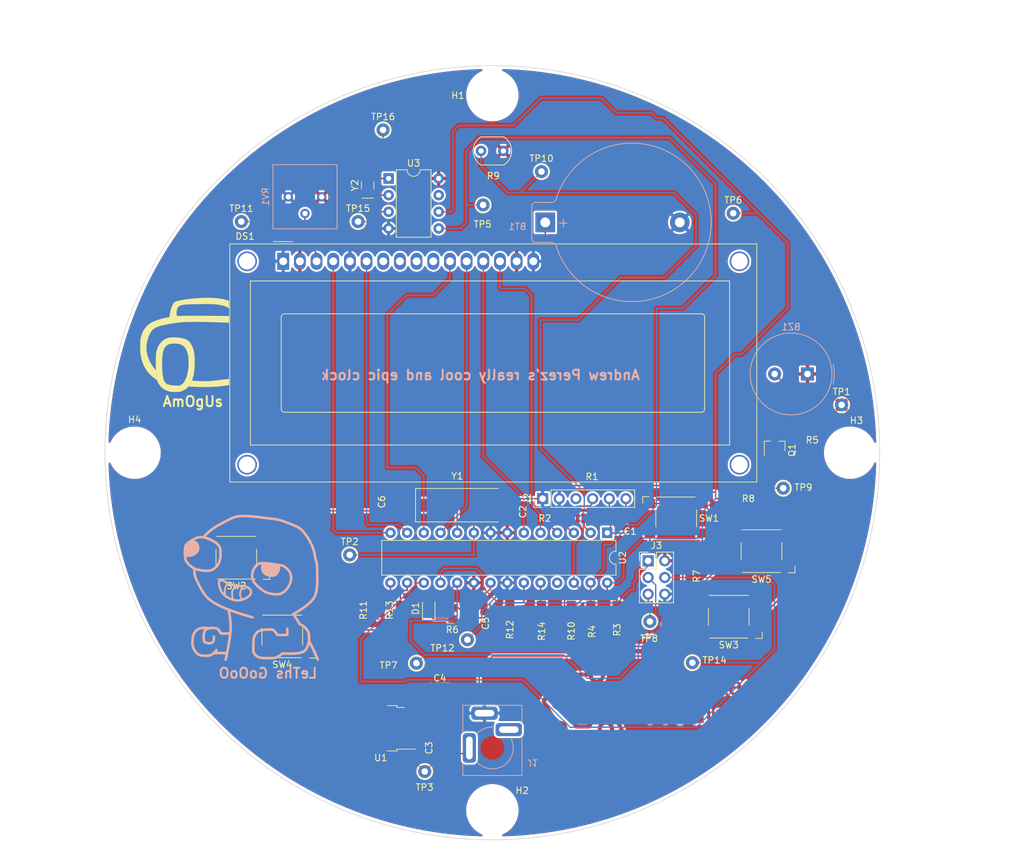
<source format=kicad_pcb>
(kicad_pcb (version 20211014) (generator pcbnew)
  (layers (0 "F.Cu" signal) (31 "B.Cu" signal) (34 "B.Paste" user) (35 "F.Paste" user) (36 "B.SilkS" user "B.Silkscreen") (37 "F.SilkS" user "F.Silkscreen") (38 "B.Mask" user) (39 "F.Mask" user) (44 "Edge.Cuts" user))
  (net 0 "")
  (net 1 "GND")
  (net 2 "Net-(BT1-Pad1)")
  (net 3 "RESET")
  (net 4 "Net-(C1-Pad2)")
  (net 5 "Net-(C2-Pad2)")
  (net 6 "Net-(C3-Pad1)")
  (net 7 "VCC")
  (net 8 "Net-(C5-Pad1)")
  (net 9 "Net-(C6-Pad1)")
  (net 10 "Net-(D1-Pad1)")
  (net 11 "LED_SCK")
  (net 12 "LCD_14")
  (net 13 "LCD_13")
  (net 14 "LCD_12")
  (net 15 "LCD_11")
  (net 20 "LCD_6")
  (net 21 "LCD_4")
  (net 22 "Net-(DS1-Pad3)")
  (net 24 "Net-(J2-Pad5)")
  (net 25 "Net-(J2-Pad4)")
  (net 27 "RXD")
  (net 28 "TXD")
  (net 29 "SCL")
  (net 30 "SDA")
  (net 31 "LIGHT_SENSOR")
  (net 32 "BTN_MODE")
  (net 33 "BTN_SELECT")
  (net 34 "BTN_UP")
  (net 35 "MISO")
  (net 37 "MOSI")
  (net 38 "Net-(U3-Pad1)")
  (net 39 "Net-(U3-Pad2)")
  (net 41 "Net-(BZ1-Pad2)")
  (net 42 "Net-(Q1-Pad1)")
  (net 43 "Buzz")
  (net 44 "BTN_DWN")
  (footprint "footprints:MountingHole_3.2mm_M3" (layer "F.Cu") (at 95.5 100)
    (fp_text reference "H4")
    (fp_text value "MountingHole")
  )
  (footprint "footprints:R_0805_2012Metric" (layer "F.Cu") (at 157.48 124 90)
    (fp_text reference "R14")
    (fp_text value "R_0805_10K")
  )
  (footprint "footprints:SW_SPST_Omron_B3FS-100xP" (layer "F.Cu") (at 118 128 180)
    (fp_text reference "SW4")
    (fp_text value "Omron_B3F_SPST")
  )
  (footprint "footprints:Crystal_SMD_HC49-SD" (layer "F.Cu") (at 145 108)
    (fp_text reference "Y1")
    (fp_text value "Crystal_16MHz")
  )
  (footprint "footprints:Crystal_SMD_2Pin_3.2x1.5mm" (layer "F.Cu") (at 131 59.25 90)
    (fp_text reference "Y2")
    (fp_text value "Crystal_32768Hz")
  )
  (footprint "footprints:TestPoint_THTPad_D2.0mm_Drill1.0mm" (layer "F.Cu") (at 180.467 132.0038)
    (fp_text reference "TP14")
    (fp_text value "TestPoint")
  )
  (footprint "footprints:TO-252-2" (layer "F.Cu") (at 133 142 180)
    (fp_text reference "U1")
    (fp_text value "L7805")
  )
  (footprint "footprints:R_0805_2012Metric" (layer "F.Cu") (at 136 124 90)
    (fp_text reference "R13")
    (fp_text value "R_0805_10K")
  )
  (footprint "footprints:R_0805_2012Metric" (layer "F.Cu") (at 165 110)
    (fp_text reference "R1")
    (fp_text value "R_0805_47")
  )
  (footprint "footprints:C_0805_2012Metric" (layer "F.Cu") (at 169 110)
    (fp_text reference "C1")
    (fp_text value "C_0805_0.1uf")
  )
  (footprint "footprints:C_0805_2012Metric" (layer "F.Cu") (at 135 108 -90)
    (fp_text reference "C6")
    (fp_text value "C_0805_22pf")
  )
  (footprint "footprints:TestPoint_THTPad_D2.0mm_Drill1.0mm" (layer "F.Cu") (at 194.31 105.41)
    (fp_text reference "TP9")
    (fp_text value "TestPoint")
  )
  (footprint "footprints:TestPoint_THTPad_D2.0mm_Drill1.0mm" (layer "F.Cu") (at 111.76 64.77)
    (fp_text reference "TP11")
    (fp_text value "TestPoint")
  )
  (footprint "footprints:R_0805_2012Metric" (layer "F.Cu") (at 181 116 90)
    (fp_text reference "R7")
    (fp_text value "R_0805_10K")
  )
  (footprint "footprints:SOT-23" (layer "F.Cu") (at 193 99 90)
    (fp_text reference "Q1")
    (fp_text value "NPN_2N3904_SOT23")
  )
  (footprint "footprints:C_0805_2012Metric" (layer "F.Cu") (at 147.193 124.3194 -90)
    (fp_text reference "C5")
    (fp_text value "C_0805_0.1uf")
  )
  (footprint "footprints:SW_SPST_Omron_B3FS-100xP" (layer "F.Cu") (at 178 110)
    (fp_text reference "SW1")
    (fp_text value "Omron_B3F_SPST")
  )
  (footprint "footprints:R_0805_2012Metric" (layer "F.Cu") (at 169 124 90)
    (fp_text reference "R3")
    (fp_text value "R_0805_4.7K")
  )
  (footprint "footprints:TestPoint_THTPad_D2.0mm_Drill1.0mm" (layer "F.Cu") (at 129.54 64.77)
    (fp_text reference "TP15")
    (fp_text value "TestPoint")
  )
  (footprint "footprints:R_LDR_4.9x4.2mm_P2.54mm_Vertical" (layer "F.Cu") (at 151.675 54 180)
    (fp_text reference "R9")
    (fp_text value "PhotoconductivePhotocell")
  )
  (footprint "footprints:TestPoint_THTPad_D2.0mm_Drill1.0mm" (layer "F.Cu") (at 148.59 62.23)
    (fp_text reference "TP5")
    (fp_text value "TestPoint")
  )
  (footprint "footprints:TestPoint_THTPad_D2.0mm_Drill1.0mm" (layer "F.Cu") (at 203.2 92.71)
    (fp_text reference "TP1")
    (fp_text value "TestPoint")
  )
  (footprint "footprints:TestPoint_THTPad_D2.0mm_Drill1.0mm" (layer "F.Cu") (at 146.2024 128.4986)
    (fp_text reference "TP12")
    (fp_text value "TestPoint")
  )
  (footprint "footprints:LED_0805_2012Metric" (layer "F.Cu") (at 140.3096 123.7465 90)
    (fp_text reference "D1")
    (fp_text value "LED_0805")
  )
  (footprint "footprints:R_0805_2012Metric" (layer "F.Cu") (at 198 96)
    (fp_text reference "R5")
    (fp_text value "R_0805_1K")
  )
  (footprint "footprints:TestPoint_THTPad_D2.0mm_Drill1.0mm" (layer "F.Cu") (at 173.99 125.73)
    (fp_text reference "TP8")
    (fp_text value "TestPoint")
  )
  (footprint "footprints:TestPoint_THTPad_D2.0mm_Drill1.0mm" (layer "F.Cu") (at 138.43 132.08)
    (fp_text reference "TP7")
    (fp_text value "TestPoint")
  )
  (footprint "footprints:R_0805_2012Metric" (layer "F.Cu") (at 144.018 124.5108 90)
    (fp_text reference "R6")
    (fp_text value "R_0805_2.2K")
  )
  (footprint "footprints:R_0805_2012Metric" (layer "F.Cu") (at 165 124 -90)
    (fp_text reference "R4")
    (fp_text value "R_0805_4.7K")
  )
  (footprint "footprints:MountingHole_3.2mm_M3" (layer "F.Cu") (at 204.5 100)
    (fp_text reference "H3")
    (fp_text value "MountingHole")
  )
  (footprint "footprints:C_0805_2012Metric" (layer "F.Cu") (at 142 145 90)
    (fp_text reference "C3")
    (fp_text value "C_0805_0.1uf")
  )
  (footprint "footprints:PinHeader_1x06_P2.54mm_Vertical" (layer "F.Cu") (at 157.65 107 90)
    (fp_text reference "J2")
    (fp_text value "Conn_01x06")
  )
  (footprint "footprints:MountingHole_3.2mm_M3" (layer "F.Cu") (at 150 154.5)
    (fp_text reference "H2")
    (fp_text value "MountingHole")
  )
  (footprint "footprints:C_0805_2012Metric" (layer "F.Cu") (at 153 109 -90)
    (fp_text reference "C2")
    (fp_text value "C_0805_22pf")
  )
  (footprint "footprints:DIP-8_W7.62mm" (layer "F.Cu") (at 134.2 58.2)
    (fp_text reference "U3")
    (fp_text value "DS1307_DIP-8")
  )
  (footprint "footprints:MountingHole_3.2mm_M3" (layer "F.Cu") (at 150 45.5)
    (fp_text reference "H1")
    (fp_text value "MountingHole")
  )
  (footprint "footprints:SW_SPST_Omron_B3FS-100xP" (layer "F.Cu") (at 186 125 180)
    (fp_text reference "SW3")
    (fp_text value "Omron_B3F_SPST")
  )
  (footprint "footprints:R_0805_2012Metric" (layer "F.Cu") (at 162 124 -90)
    (fp_text reference "R10")
    (fp_text value "R_0805_100K")
  )
  (footprint "footprints:TestPoint_THTPad_D2.0mm_Drill1.0mm" (layer "F.Cu") (at 133.35 50.8)
    (fp_text reference "TP16")
    (fp_text value "TestPoint")
  )
  (footprint "footprints:R_0805_2012Metric" (layer "F.Cu") (at 161 110)
    (fp_text reference "R2")
    (fp_text value "R_0805_47")
  )
  (footprint "footprints:TestPoint_THTPad_D2.0mm_Drill1.0mm" (layer "F.Cu") (at 128.27 115.57)
    (fp_text reference "TP2")
    (fp_text value "TestPoint")
  )
  (footprint "footprints:TestPoint_THTPad_D2.0mm_Drill1.0mm" (layer "F.Cu") (at 157.48 57.15)
    (fp_text reference "TP10")
    (fp_text value "TestPoint")
  )
  (footprint "footprints:PinHeader_2x03_P2.54mm_Vertical" (layer "F.Cu") (at 173.725 116.475)
    (fp_text reference "J3")
    (fp_text value "Conn_02x03_Odd_Even")
  )
  (footprint "footprints:TestPoint_THTPad_D2.0mm_Drill1.0mm" (layer "F.Cu") (at 186.69 63.5)
    (fp_text reference "TP6")
    (fp_text value "TestPoint")
  )
  (footprint "footprints:R_0805_2012Metric" (layer "F.Cu") (at 132 124 90)
    (fp_text reference "R11")
    (fp_text value "R_0805_10K")
  )
  (footprint "footprints:C_0805_2012Metric" (layer "F.Cu") (at 142 136)
    (fp_text reference "C4")
    (fp_text value "C_0805_0.1uf")
  )
  (footprint "footprints:TestPoint_THTPad_D2.0mm_Drill1.0mm" (layer "F.Cu") (at 139.7 148.59)
    (fp_text reference "TP3")
    (fp_text value "TestPoint")
  )
  (footprint "footprints:SW_SPST_Omron_B3FS-100xP" (layer "F.Cu") (at 111 116 180)
    (fp_text reference "SW2")
    (fp_text value "Omron_B3F_SPST")
  )
  (footprint "footprints:HPS_logo" (layer "F.Cu") (at 174.000008 139.999999)
    (fp_text reference "G***" hide)
    (fp_text value "LOGO" hide)
  )
  (footprint "footprints:SW_SPST_Omron_B3FS-100xP" (layer "F.Cu") (at 191 115 180)
    (fp_text reference "SW5")
    (fp_text value "Omron_B3F_SPST")
  )
  (footprint "footprints:TC1602A-01T" (layer "F.Cu") (at 118.1394 70.8247)
    (fp_text reference "DS1")
    (fp_text value "TC1602A-01T")
  )
  (footprint "footprints:DIP-28_W7.62mm" (layer "F.Cu") (at 167.5 112.2 -90)
    (fp_text reference "U2")
    (fp_text value "ATmega328-PU")
  )
  (footprint "LOGO" (layer "F.Cu") (at 102.382462 83.603248 90)
    (fp_text reference "AmOgUs")
    (fp_text value "LOGO" hide)
  )
  (footprint "footprints:R_0805_2012Metric" (layer "F.Cu") (at 186 107)
    (fp_text reference "R8")
    (fp_text value "R_0805_1K")
  )
  (footprint "footprints:R_0805_2012Metric" (layer "F.Cu") (at 152.654 123.698 90)
    (fp_text reference "R12")
    (fp_text value "R_0805_10K")
  )
  (footprint "LOGO" (layer "B.Cu") (at 113.284 120.904 180)
    (fp_text reference "LeThs GoOoO")
    (fp_text value "LOGO" hide)
  )
  (footprint "footprints:Wurth-694106402002" (layer "B.Cu") (at 150 145)
    (fp_text reference "J1")
    (fp_text value "Power_inlet_vertical" hide)
  )
  (footprint "footprints:Buzzer_TDK_PS1240P02BT_D12.2mm_H6.5mm" (layer "B.Cu") (at 198 88 180)
    (fp_text reference "BZ1")
    (fp_text value "Buzzer")
  )
  (footprint "footprints:BatteryHolder_Keystone_106_1x20mm" (layer "B.Cu") (at 158.058314 64.897)
    (fp_text reference "BT1")
    (fp_text value "Battery_Cell")
  )
  (footprint "footprints:Potentiometer_Bourns_3386P_Vertical" (layer "B.Cu") (at 124 61 -90)
    (fp_text reference "RV1")
    (fp_text value "R_POT_10K")
  )
  (gr_circle locked (center 150 100) (end 209 100) (layer "Edge.Cuts") (width 0.1) (fill none))
  (gr_text "Andrew Perez's really cool and epic clock" (at 148.1836 88.1634) (layer "B.SilkS") (effects (font (size 1.5 1.5) (thickness 0.3)) (justify mirror)))
  (segment (start 107 118.25) (end 115 118.25) (width 0.2032) (layer "F.Cu") (net 1))
  (segment (start 195 117.25) (end 195 116) (width 0.2032) (layer "F.Cu") (net 1))
  (segment (start 159 121) (end 160 121) (width 0.2032) (layer "F.Cu") (net 1))
  (segment (start 148.8 136.8) (end 148 136) (width 0.2032) (layer "F.Cu") (net 1))
  (segment (start 135 108.85) (end 106.15 108.85) (width 0.2032) (layer "F.Cu") (net 1))
  (segment (start 182 127.25) (end 178.25 131) (width 0.2032) (layer "F.Cu") (net 1))
  (segment (start 190 125) (end 190 127.25) (width 0.2032) (layer "F.Cu") (net 1))
  (segment (start 161.845689 124.85) (end 160.995689 124) (width 0.2032) (layer "F.Cu") (net 1))
  (segment (start 190 127.25) (end 182 127.25) (width 0.2032) (layer "F.Cu") (net 1))
  (segment (start 122 139) (end 125 142) (width 0.2032) (layer "F.Cu") (net 1))
  (segment (start 151.638 120.904) (end 152.146 120.904) (width 0.2032) (layer "F.Cu") (net 1))
  (segment (start 122 130.25) (end 122 139) (width 0.2032) (layer "F.Cu") (net 1))
  (segment (start 195 121) (end 191 125) (width 0.2032) (layer "F.Cu") (net 1))
  (segment (start 187 117.25) (end 195 117.25) (width 0.2032) (layer "F.Cu") (net 1))
  (segment (start 191 125) (end 190 125) (width 0.2032) (layer "F.Cu") (net 1))
  (segment (start 152.146 120.904) (end 152.26 120.79) (width 0.2032) (layer "F.Cu") (net 1))
  (segment (start 197 111) (end 195 109) (width 0.2032) (layer "F.Cu") (net 1))
  (segment (start 152.52 118) (end 158 118) (width 0.2032) (layer "F.Cu") (net 1))
  (segment (start 148 136) (end 142.85 136) (width 0.2032) (layer "F.Cu") (net 1))
  (segment (start 153 108.15) (end 153 107) (width 0.2032) (layer "F.Cu") (net 1))
  (segment (start 193.95 102.51) (end 193.95 100) (width 0.2032) (layer "F.Cu") (net 1))
  (segment (start 148.8 139.7) (end 148.8 136.8) (width 0.2032) (layer "F.Cu") (net 1))
  (segment (start 142 140) (end 142.3 139.7) (width 0.2032) (layer "F.Cu") (net 1))
  (segment (start 197 114) (end 197 111) (width 0.2032) (layer "F.Cu") (net 1))
  (segment (start 195 117.25) (end 195 121) (width 0.2032) (layer "F.Cu") (net 1))
  (segment (start 106.15 108.85) (end 104 111) (width 0.2032) (layer "F.Cu") (net 1))
  (segment (start 142 144.15) (end 142 142) (width 0.2032) (layer "F.Cu") (net 1))
  (segment (start 147.193 125.1694) (end 148.9474 125.1694) (width 0.2032) (layer "F.Cu") (net 1))
  (segment (start 148 133) (end 148 136) (width 0.2032) (layer "F.Cu") (net 1))
  (segment (start 149.6568 124.46) (end 149.6568 122.8852) (width 0.2032) (layer "F.Cu") (net 1))
  (segment (start 152.26 119.82) (end 152.26 118.26) (width 0.2032) (layer "F.Cu") (net 1))
  (segment (start 182 107.75) (end 183.25 109) (width 0.2032) (layer "F.Cu") (net 1))
  (segment (start 158.775689 118.775689) (end 158.775689 120.775689) (width 0.2032) (layer "F.Cu") (net 1))
  (segment (start 158 118) (end 158.775689 118.775689) (width 0.2032) (layer "F.Cu") (net 1))
  (segment (start 149.6568 122.8852) (end 151.638 120.904) (width 0.2032) (layer "F.Cu") (net 1))
  (segment (start 158.775689 120.775689) (end 159 121) (width 0.2032) (layer "F.Cu") (net 1))
  (segment (start 122 130.25) (end 114 130.25) (width 0.2032) (layer "F.Cu") (net 1))
  (segment (start 146.353 125.1694) (end 144.8444 123.6608) (width 0.2032) (layer "F.Cu") (net 1))
  (segment (start 194.31 102.87) (end 193.95 102.51) (width 0.2032) (layer "F.Cu") (net 1))
  (segment (start 104 111) (end 104 117) (width 0.2032) (layer "F.Cu") (net 1))
  (segment (start 153 107) (end 157.65 107) (width 0.2032) (layer "F.Cu") (net 1))
  (segment (start 152.26 118.26) (end 152.52 118) (width 0.2032) (layer "F.Cu") (net 1))
  (segment (start 196.85 107.15) (end 196.85 104.14) (width 0.2032) (layer "F.Cu") (net 1))
  (segment (start 178.25 131) (end 150 131) (width 0.2032) (layer "F.Cu") (net 1))
  (segment (start 125 142) (end 130.9 142) (width 0.2032) (layer "F.Cu") (net 1))
  (segment (start 148.9474 125.1694) (end 149.6568 124.46) (width 0.2032) (layer "F.Cu") (net 1))
  (segment (start 107 123.25) (end 114 130.25) (width 0.2032) (layer "F.Cu") (net 1))
  (segment (start 195 116) (end 197 114) (width 0.2032) (layer "F.Cu") (net 1))
  (segment (start 130.9 142) (end 142 142) (width 0.2032) (layer "F.Cu") (net 1))
  (segment (start 147.193 125.1694) (end 146.353 125.1694) (width 0.2032) (layer "F.Cu") (net 1))
  (segment (start 195 109) (end 183.25 109) (width 0.2032) (layer "F.Cu") (net 1))
  (segment (start 105.25 118.25) (end 107 118.25) (width 0.2032) (layer "F.Cu") (net 1))
  (segment (start 150 131) (end 148 133) (width 0.2032) (layer "F.Cu") (net 1))
  (segment (start 162 124.85) (end 161.845689 124.85) (width 0.2032) (layer "F.Cu") (net 1))
  (segment (start 195 109) (end 196.85 107.15) (width 0.2032) (layer "F.Cu") (net 1))
  (segment (start 195.58 102.87) (end 194.31 102.87) (width 0.2032) (layer "F.Cu") (net 1))
  (segment (start 107 118.25) (end 107 123.25) (width 0.2032) (layer "F.Cu") (net 1))
  (segment (start 142.3 139.7) (end 148.8 139.7) (width 0.2032) (layer "F.Cu") (net 1))
  (segment (start 104 117) (end 105.25 118.25) (width 0.2032) (layer "F.Cu") (net 1))
  (segment (start 160 121) (end 160.995689 121.995689) (width 0.2032) (layer "F.Cu") (net 1))
  (segment (start 144.8444 123.6608) (end 144.018 123.6608) (width 0.2032) (layer "F.Cu") (net 1))
  (segment (start 182 107.75) (end 174 107.75) (width 0.2032) (layer "F.Cu") (net 1))
  (segment (start 152.26 120.79) (end 152.26 119.82) (width 0.2032) (layer "F.Cu") (net 1))
  (segment (start 142 142) (end 142 140) (width 0.2032) (layer "F.Cu") (net 1))
  (segment (start 160.995689 121.995689) (end 160.995689 124) (width 0.2032) (layer "F.Cu") (net 1))
  (segment (start 196.85 104.14) (end 195.58 102.87) (width 0.2032) (layer "F.Cu") (net 1))
  (segment (start 174.4472 69.0372) (end 160.1724 69.0372) (width 0.2032) (layer "B.Cu") (net 1))
  (segment (start 158.3849 70.8247) (end 156.2394 70.8247) (width 0.2032) (layer "B.Cu") (net 1))
  (segment (start 160.1724 69.0372) (end 158.3849 70.8247) (width 0.2032) (layer "B.Cu") (net 1))
  (segment (start 178.548314 64.897) (end 178.548314 64.936086) (width 0.2032) (layer "B.Cu") (net 1))
  (segment (start 178.548314 64.936086) (end 174.4472 69.0372) (width 0.2032) (layer "B.Cu") (net 1))
  (segment (start 133 68) (end 157 68) (width 0.2032) (layer "F.Cu") (net 2))
  (segment (start 158.058314 64.897) (end 158.058314 66.941686) (width 0.2032) (layer "F.Cu") (net 2))
  (segment (start 132 64) (end 132 64.69) (width 0.2032) (layer "F.Cu") (net 2))
  (segment (start 132 67) (end 133 68) (width 0.2032) (layer "F.Cu") (net 2))
  (segment (start 129.54 64.77) (end 131.92 64.77) (width 0.2032) (layer "F.Cu") (net 2))
  (segment (start 132 64.69) (end 132 67) (width 0.2032) (layer "F.Cu") (net 2))
  (segment (start 131.92 64.77) (end 132 64.69) (width 0.2032) (layer "F.Cu") (net 2))
  (segment (start 158.058314 66.941686) (end 157 68) (width 0.2032) (layer "F.Cu") (net 2))
  (segment (start 132.72 63.28) (end 132 64) (width 0.2032) (layer "F.Cu") (net 2))
  (segment (start 134.2 63.28) (end 132.72 63.28) (width 0.2032) (layer "F.Cu") (net 2))
  (segment (start 174 123) (end 173.725 122.725) (width 0.2032) (layer "F.Cu") (net 3))
  (segment (start 179 114) (end 174 114) (width 0.2032) (layer "F.Cu") (net 3))
  (segment (start 167.5 112.2) (end 168 111.7) (width 0.2032) (layer "F.Cu") (net 3))
  (segment (start 179.15 115.15) (end 181 115.15) (width 0.2032) (layer "F.Cu") (net 3))
  (segment (start 179.15 115.15) (end 179 115) (width 0.2032) (layer "F.Cu") (net 3))
  (segment (start 177 123) (end 174 123) (width 0.2032) (layer "F.Cu") (net 3))
  (segment (start 179.15 115.15) (end 179 115.3) (width 0.2032) (layer "F.Cu") (net 3))
  (segment (start 173.99 123.01) (end 174 123) (width 0.2032) (layer "F.Cu") (net 3))
  (segment (start 168 111.7) (end 168 110.15) (width 0.2032) (layer "F.Cu") (net 3))
  (segment (start 181 114) (end 181 115.15) (width 0.2032) (layer "F.Cu") (net 3))
  (segment (start 182 114) (end 181 114) (width 0.2032) (layer "F.Cu") (net 3))
  (segment (start 174 114) (end 174 112.25) (width 0.2032) (layer "F.Cu") (net 3))
  (segment (start 182 112.25) (end 182 114) (width 0.2032) (layer "F.Cu") (net 3))
  (segment (start 167.55 112.25) (end 167.5 112.2) (width 0.2032) (layer "F.Cu") (net 3))
  (segment (start 173.99 125.73) (end 173.99 123.01) (width 0.2032) (layer "F.Cu") (net 3))
  (segment (start 173.725 122.725) (end 173.725 121.555) (width 0.2032) (layer "F.Cu") (net 3))
  (segment (start 174 112.25) (end 167.55 112.25) (width 0.2032) (layer "F.Cu") (net 3))
  (segment (start 168 110.15) (end 168.15 110) (width 0.2032) (layer "F.Cu") (net 3))
  (segment (start 179 115) (end 179 114) (width 0.2032) (layer "F.Cu") (net 3))
  (segment (start 179 121) (end 177 123) (width 0.2032) (layer "F.Cu") (net 3))
  (segment (start 179 115.3) (end 179 121) (width 0.2032) (layer "F.Cu") (net 3))
  (segment (start 170.35 107) (end 170.35 109.5) (width 0.2032) (layer "F.Cu") (net 4))
  (segment (start 170.35 109.5) (end 169.85 110) (width 0.2032) (layer "F.Cu") (net 4))
  (segment (start 147.18 110.82) (end 149.25 108.75) (width 0.2032) (layer "F.Cu") (net 5))
  (segment (start 153 109.85) (end 151.1 109.85) (width 0.2032) (layer "F.Cu") (net 5))
  (segment (start 147.18 112.2) (end 147.18 110.82) (width 0.2032) (layer "F.Cu") (net 5))
  (segment (start 149.25 108.75) (end 149.25 108) (width 0.2032) (layer "F.Cu") (net 5))
  (segment (start 151.1 109.85) (end 149.25 108) (width 0.2032) (layer "F.Cu") (net 5))
  (segment (start 147.18 115.43) (end 147.18 112.2) (width 0.2032) (layer "B.Cu") (net 5))
  (segment (start 147.32 115.57) (end 147.18 115.43) (width 0.2032) (layer "B.Cu") (net 5))
  (segment (start 128.27 115.57) (end 147.32 115.57) (width 0.2032) (layer "B.Cu") (net 5))
  (segment (start 142 146.29) (end 139.7 148.59) (width 0.2032) (layer "F.Cu") (net 6))
  (segment (start 145.65 145.85) (end 146.5 145) (width 0.2032) (layer "F.Cu") (net 6))
  (segment (start 142 145.85) (end 145.65 145.85) (width 0.2032) (layer "F.Cu") (net 6))
  (segment (start 142 145.85) (end 142 146.29) (width 0.2032) (layer "F.Cu") (net 6))
  (segment (start 137.2 144.28) (end 137.2 146.09) (width 0.2032) (layer "F.Cu") (net 6))
  (segment (start 137.2 146.09) (end 139.7 148.59) (width 0.2032) (layer "F.Cu") (net 6))
  (segment (start 157.48 126.492) (end 157.48 124.85) (width 0.2032) (layer "F.Cu") (net 7))
  (segment (start 152.654 124.548) (end 152.654 126.746) (width 0.2032) (layer "F.Cu") (net 7))
  (segment (start 152.654 126.746) (end 157.226 126.746) (width 0.2032) (layer "F.Cu") (net 7))
  (segment (start 157.226 126.746) (end 157.48 126.492) (width 0.2032) (layer "F.Cu") (net 7))
  (segment (start 149.72 120.7138) (end 149.0218 121.412) (width 0.2032) (layer "F.Cu") (net 8))
  (segment (start 147.193 121.8438) (end 147.193 123.4694) (width 0.2032) (layer "F.Cu") (net 8))
  (segment (start 149.0218 121.412) (end 147.6248 121.412) (width 0.2032) (layer "F.Cu") (net 8))
  (segment (start 147.6248 121.412) (end 147.193 121.8438) (width 0.2032) (layer "F.Cu") (net 8))
  (segment (start 149.72 119.82) (end 149.72 120.7138) (width 0.2032) (layer "F.Cu") (net 8))
  (segment (start 137 108) (end 136 107) (width 0.2032) (layer "F.Cu") (net 9))
  (segment (start 140.75 108) (end 144 108) (width 0.2032) (layer "F.Cu") (net 9))
  (segment (start 144 108) (end 144.64 108.64) (width 0.2032) (layer "F.Cu") (net 9))
  (segment (start 136 107) (end 135.15 107) (width 0.2032) (layer "F.Cu") (net 9))
  (segment (start 144.64 108.64) (end 144.64 112.2) (width 0.2032) (layer "F.Cu") (net 9))
  (segment (start 140.75 108) (end 137 108) (width 0.2032) (layer "F.Cu") (net 9))
  (segment (start 135.15 107) (end 135 107.15) (width 0.2032) (layer "F.Cu") (net 9))
  (segment (start 140.9864 125.3608) (end 140.3096 124.684) (width 0.2032) (layer "F.Cu") (net 10))
  (segment (start 144.018 125.3608) (end 140.9864 125.3608) (width 0.2032) (layer "F.Cu") (net 10))
  (segment (start 140.3096 121.7676) (end 140.843 121.2342) (width 0.2032) (layer "F.Cu") (net 11))
  (segment (start 143.5862 121.2342) (end 143.5862 120.8738) (width 0.2032) (layer "F.Cu") (net 11))
  (segment (start 140.843 121.2342) (end 143.5862 121.2342) (width 0.2032) (layer "F.Cu") (net 11))
  (segment (start 140.3096 122.809) (end 140.3096 121.7676) (width 0.2032) (layer "F.Cu") (net 11))
  (segment (start 143.5862 120.8738) (end 144.64 119.82) (width 0.2032) (layer "F.Cu") (net 11))
  (segment (start 137.541 128.397) (end 137.414 128.524) (width 0.2032) (layer "B.Cu") (net 11))
  (segment (start 137.541 125.603) (end 137.541 128.397) (width 0.2032) (layer "B.Cu") (net 11))
  (segment (start 143.9672 125.603) (end 137.541 125.603) (width 0.2032) (layer "B.Cu") (net 11))
  (segment (start 137.414 128.524) (end 139.7 130.81) (width 0.2032) (layer "B.Cu") (net 11))
  (segment (start 144.64 124.9302) (end 143.9672 125.603) (width 0.2032) (layer "B.Cu") (net 11))
  (segment (start 174.879311 124.765111) (end 175.294311 125.180111) (width 0.2032) (layer "B.Cu") (net 11))
  (segment (start 175.294311 126.278689) (end 172.313 129.26) (width 0.2032) (layer "B.Cu") (net 11))
  (segment (start 172.313 129.26) (end 172.2368 129.26) (width 0.2032) (layer "B.Cu") (net 11))
  (segment (start 139.7 130.81) (end 138.43 132.08) (width 0.2032) (layer "B.Cu") (net 11))
  (segment (start 172.2368 131.4456) (end 169.291 134.3914) (width 0.2032) (layer "B.Cu") (net 11))
  (segment (start 160.8582 130.81) (end 139.7 130.81) (width 0.2032) (layer "B.Cu") (net 11))
  (segment (start 175.294311 125.180111) (end 175.294311 126.278689) (width 0.2032) (layer "B.Cu") (net 11))
  (segment (start 172.2368 129.26) (end 172.2368 131.4456) (width 0.2032) (layer "B.Cu") (net 11))
  (segment (start 174.879311 120.169311) (end 174.879311 124.765111) (width 0.2032) (layer "B.Cu") (net 11))
  (segment (start 173.725 119.015) (end 174.879311 120.169311) (width 0.2032) (layer "B.Cu") (net 11))
  (segment (start 164.4396 134.3914) (end 160.8582 130.81) (width 0.2032) (layer "B.Cu") (net 11))
  (segment (start 144.64 119.82) (end 144.64 124.9302) (width 0.2032) (layer "B.Cu") (net 11))
  (segment (start 169.291 134.3914) (end 164.4396 134.3914) (width 0.2032) (layer "B.Cu") (net 11))
  (segment (start 157.34 109.34) (end 156 108) (width 0.2032) (layer "B.Cu") (net 12))
  (segment (start 156 108) (end 156 76) (width 0.2032) (layer "B.Cu") (net 12))
  (segment (start 151.3188 75) (end 151.1594 74.8406) (width 0.2032) (layer "B.Cu") (net 12))
  (segment (start 157.34 112.2) (end 157.34 109.34) (width 0.2032) (layer "B.Cu") (net 12))
  (segment (start 151.1594 74.8406) (end 151.1594 70.8247) (width 0.2032) (layer "B.Cu") (net 12))
  (segment (start 155 75) (end 151.3188 75) (width 0.2032) (layer "B.Cu") (net 12))
  (segment (start 156 76) (end 155 75) (width 0.2032) (layer "B.Cu") (net 12))
  (segment (start 148.6194 100.3406) (end 148.48 100.48) (width 0.2032) (layer "B.Cu") (net 13))
  (segment (start 148.6194 70.8247) (end 148.6194 100.3406) (width 0.2032) (layer "B.Cu") (net 13))
  (segment (start 154.8 106.8) (end 148.48 100.48) (width 0.2032) (layer "B.Cu") (net 13))
  (segment (start 154.8 112.2) (end 154.8 106.8) (width 0.2032) (layer "B.Cu") (net 13))
  (segment (start 146 108.3) (end 146 108) (width 0.2032) (layer "B.Cu") (net 14))
  (segment (start 142.1 112.2) (end 146 108.3) (width 0.2032) (layer "B.Cu") (net 14))
  (segment (start 146 108) (end 146.0794 107.9206) (width 0.2032) (layer "B.Cu") (net 14))
  (segment (start 146.0794 107.9206) (end 146.0794 70.8247) (width 0.2032) (layer "B.Cu") (net 14))
  (segment (start 139.56 112.2) (end 139.56 103.5428) (width 0.2032) (layer "B.Cu") (net 15))
  (segment (start 134 79) (end 137 76) (width 0.2032) (layer "B.Cu") (net 15))
  (segment (start 141 76) (end 143.5394 73.4606) (width 0.2032) (layer "B.Cu") (net 15))
  (segment (start 138.2926 102.2754) (end 134 102.2754) (width 0.2032) (layer "B.Cu") (net 15))
  (segment (start 143.5394 73.4606) (end 143.5394 70.8247) (width 0.2032) (layer "B.Cu") (net 15))
  (segment (start 137 76) (end 141 76) (width 0.2032) (layer "B.Cu") (net 15))
  (segment (start 139.56 103.5428) (end 138.2926 102.2754) (width 0.2032) (layer "B.Cu") (net 15))
  (segment (start 134 102.2754) (end 134 79) (width 0.2032) (layer "B.Cu") (net 15))
  (segment (start 130.8394 70.8247) (end 130.8394 110.5606) (width 0.2032) (layer "B.Cu") (net 20))
  (segment (start 131 111) (end 131 110.7212) (width 0.2032) (layer "B.Cu") (net 20))
  (segment (start 135.82 111) (end 131 111) (width 0.2032) (layer "B.Cu") (net 20))
  (segment (start 135.82 111) (end 137.02 112.2) (width 0.2032) (layer "B.Cu") (net 20))
  (segment (start 131 110.7212) (end 130.8394 110.5606) (width 0.2032) (layer "B.Cu") (net 20))
  (segment (start 134.48 112.2) (end 126.2 112.2) (width 0.2032) (layer "B.Cu") (net 21))
  (segment (start 126.2 112.2) (end 125.62 111.62) (width 0.2032) (layer "B.Cu") (net 21))
  (segment (start 125.7594 111.4806) (end 125.7594 70.8247) (width 0.2032) (layer "B.Cu") (net 21))
  (segment (start 125.62 111.62) (end 125.7594 111.4806) (width 0.2032) (layer "B.Cu") (net 21))
  (segment (start 115.57 66.04) (end 116.84 67.31) (width 0.2032) (layer "F.Cu") (net 22))
  (segment (start 120.65 67.31) (end 121.46 66.5) (width 0.2032) (layer "F.Cu") (net 22))
  (segment (start 123.2194 70.8247) (end 123.2194 69.57508) (width 0.2032) (layer "F.Cu") (net 22))
  (segment (start 111.76 64.77) (end 115.57 64.77) (width 0.2032) (layer "F.Cu") (net 22))
  (segment (start 121.46 66.5) (end 121.46 67.81568) (width 0.2032) (layer "F.Cu") (net 22))
  (segment (start 121.46 63.54) (end 121.46 66.5) (width 0.2032) (layer "F.Cu") (net 22))
  (segment (start 123.2194 69.57508) (end 121.46 67.81568) (width 0.2032) (layer "F.Cu") (net 22))
  (segment (start 115.57 64.77) (end 115.57 66.04) (width 0.2032) (layer "F.Cu") (net 22))
  (segment (start 116.84 67.31) (end 120.65 67.31) (width 0.2032) (layer "F.Cu") (net 22))
  (segment (start 167.81 108.19) (end 167 109) (width 0.2032) (layer "F.Cu") (net 24))
  (segment (start 165.85 109.15) (end 165.85 110) (width 0.2032) (layer "F.Cu") (net 24))
  (segment (start 167.81 107) (end 167.81 108.19) (width 0.2032) (layer "F.Cu") (net 24))
  (segment (start 166 109) (end 165.85 109.15) (width 0.2032) (layer "F.Cu") (net 24))
  (segment (start 167 109) (end 166 109) (width 0.2032) (layer "F.Cu") (net 24))
  (segment (start 164.845689 108.154311) (end 165.27 107.73) (width 0.2032) (layer "F.Cu") (net 25))
  (segment (start 162.845689 108.154311) (end 164.845689 108.154311) (width 0.2032) (layer "F.Cu") (net 25))
  (segment (start 161.85 110) (end 161.85 109.15) (width 0.2032) (layer "F.Cu") (net 25))
  (segment (start 165.27 107.73) (end 165.27 107) (width 0.2032) (layer "F.Cu") (net 25))
  (segment (start 161.85 109.15) (end 162.845689 108.154311) (width 0.2032) (layer "F.Cu") (net 25))
  (segment (start 164.96 112.2) (end 164 111.24) (width 0.2032) (layer "F.Cu") (net 27))
  (segment (start 164 111.24) (end 164 110.15) (width 0.2032) (layer "F.Cu") (net 27))
  (segment (start 164 110.15) (end 164.15 110) (width 0.2032) (layer "F.Cu") (net 27))
  (segment (start 162.2 112.2) (end 160.15 110.15) (width 0.2032) (layer "F.Cu") (net 28))
  (segment (start 160.15 110.15) (end 160.15 110) (width 0.2032) (layer "F.Cu") (net 28))
  (segment (start 162.42 112.2) (end 162.2 112.2) (width 0.2032) (layer "F.Cu") (net 28))
  (segment (start 167.5 119.82) (end 167.5 121.5) (width 0.2032) (layer "F.Cu") (net 29))
  (segment (start 169 122) (end 169 123.15) (width 0.2032) (layer "F.Cu") (net 29))
  (segment (start 168 122) (end 169 122) (width 0.2032) (layer "F.Cu") (net 29))
  (segment (start 167.5 121.5) (end 168 122) (width 0.2032) (layer "F.Cu") (net 29))
  (segment (start 157.3784 45.974) (end 153.2382 50.1142) (width 0.2032) (layer "B.Cu") (net 29))
  (segment (start 195 68) (end 195 78) (width 0.2032) (layer "B.Cu") (net 29))
  (segment (start 166.6494 45.974) (end 157.3784 45.974) (width 0.2032) (layer "B.Cu") (net 29))
  (segment (start 184 104) (end 184 107) (width 0.2032) (layer "B.Cu") (net 29))
  (segment (start 195 78) (end 188 85) (width 0.2032) (layer "B.Cu") (net 29))
  (segment (start 173 113) (end 170 116) (width 0.2032) (layer "B.Cu") (net 29))
  (segment (start 182 109) (end 182 113) (width 0.2032) (layer "B.Cu") (net 29))
  (segment (start 144.8858 50.1142) (end 144 51) (width 0.2032) (layer "B.Cu") (net 29))
  (segment (start 184 88) (end 184 104) (width 0.2032) (layer "B.Cu") (net 29))
  (segment (start 144 51) (end 144 63) (width 0.2032) (layer "B.Cu") (net 29))
  (segment (start 176.0013 49.0013) (end 175.0013 49.0013) (width 0.2032) (layer "B.Cu") (net 29))
  (segment (start 153.2382 50.1142) (end 144.8858 50.1142) (width 0.2032) (layer "B.Cu") (net 29))
  (segment (start 186.69 63.5) (end 190.5 63.5) (width 0.2032) (layer "B.Cu") (net 29))
  (segment (start 143.72 63.28) (end 141.82 63.28) (width 0.2032) (layer "B.Cu") (net 29))
  (segment (start 144 63) (end 143.72 63.28) (width 0.2032) (layer "B.Cu") (net 29))
  (segment (start 170 116) (end 170 117) (width 0.2032) (layer "B.Cu") (net 29))
  (segment (start 190.5 63.5) (end 194 67) (width 0.2032) (layer "B.Cu") (net 29))
  (segment (start 168.8846 48.2092) (end 166.6494 45.974) (width 0.2032) (layer "B.Cu") (net 29))
  (segment (start 175.0013 49.0013) (end 174.2092 48.2092) (width 0.2032) (layer "B.Cu") (net 29))
  (segment (start 184 107) (end 182 109) (width 0.2032) (layer "B.Cu") (net 29))
  (segment (start 188 85) (end 187 85) (width 0.2032) (layer "B.Cu") (net 29))
  (segment (start 167.5 119.82) (end 169.18 119.82) (width 0.2032) (layer "B.Cu") (net 29))
  (segment (start 174.2092 48.2092) (end 168.8846 48.2092) (width 0.2032) (layer "B.Cu") (net 29))
  (segment (start 187 85) (end 184 88) (width 0.2032) (layer "B.Cu") (net 29))
  (segment (start 169.18 119.82) (end 170 119) (width 0.2032) (layer "B.Cu") (net 29))
  (segment (start 194 67) (end 195 68) (width 0.2032) (layer "B.Cu") (net 29))
  (segment (start 182 113) (end 173 113) (width 0.2032) (layer "B.Cu") (net 29))
  (segment (start 190.5 63.5) (end 176.0013 49.0013) (width 0.2032) (layer "B.Cu") (net 29))
  (segment (start 170 117) (end 170 119) (width 0.2032) (layer "B.Cu") (net 29))
  (segment (start 164.96 119.82) (end 164.96 123.11) (width 0.2032) (layer "F.Cu") (net 30))
  (segment (start 164.96 123.11) (end 165 123.15) (width 0.2032) (layer "F.Cu") (net 30))
  (segment (start 168 114) (end 171 111) (width 0.2032) (layer "B.Cu") (net 30))
  (segment (start 167 114) (end 168 114) (width 0.2032) (layer "B.Cu") (net 30))
  (segment (start 175 78) (end 179 78) (width 0.2032) (layer "B.Cu") (net 30))
  (segment (start 145.18 65.82) (end 141.82 65.82) (width 0.2032) (layer "B.Cu") (net 30))
  (segment (start 171 111) (end 172.0576 111) (width 0.2032) (layer "B.Cu") (net 30))
  (segment (start 184 59) (end 177 52) (width 0.2032) (layer "B.Cu") (net 30))
  (segment (start 184 73) (end 184 59) (width 0.2032) (layer "B.Cu") (net 30))
  (segment (start 148.59 62.23) (end 146.05 62.23) (width 0.2032) (layer "B.Cu") (net 30))
  (segment (start 177 52) (end 148 52) (width 0.2032) (layer "B.Cu") (net 30))
  (segment (start 148 52) (end 146 54) (width 0.2032) (layer "B.Cu") (net 30))
  (segment (start 167 117.78) (end 167 114) (width 0.2032) (layer "B.Cu") (net 30))
  (segment (start 146 62.18) (end 146 65) (width 0.2032) (layer "B.Cu") (net 30))
  (segment (start 172.0576 111) (end 175 108.0576) (width 0.2032) (layer "B.Cu") (net 30))
  (segment (start 146.05 62.23) (end 146 62.18) (width 0.2032) (layer "B.Cu") (net 30))
  (segment (start 164.96 119.82) (end 167 117.78) (width 0.2032) (layer "B.Cu") (net 30))
  (segment (start 179 78) (end 184 73) (width 0.2032) (layer "B.Cu") (net 30))
  (segment (start 146 65) (end 145.18 65.82) (width 0.2032) (layer "B.Cu") (net 30))
  (segment (start 175 108.0576) (end 175 78) (width 0.2032) (layer "B.Cu") (net 30))
  (segment (start 146 54) (end 146 62.18) (width 0.2032) (layer "B.Cu") (net 30))
  (segment (start 162 123.15) (end 162.85 123.15) (width 0.2032) (layer "F.Cu") (net 31))
  (segment (start 162.85 123.15) (end 164 122) (width 0.2032) (layer "F.Cu") (net 31))
  (segment (start 164 122) (end 164 121.4) (width 0.2032) (layer "F.Cu") (net 31))
  (segment (start 164 121.4) (end 162.42 119.82) (width 0.2032) (layer "F.Cu") (net 31))
  (segment (start 181.0258 63.7286) (end 181.0258 68.5292) (width 0.2032) (layer "B.Cu") (net 31))
  (segment (start 181.0258 68.5292) (end 176.2506 73.3044) (width 0.2032) (layer "B.Cu") (net 31))
  (segment (start 163 110) (end 164 109) (width 0.2032) (layer "B.Cu") (net 31))
  (segment (start 163.855689 110.855689) (end 163 110) (width 0.2032) (layer "B.Cu") (net 31))
  (segment (start 152.4 60.4) (end 148.275 56.275) (width 0.2032) (layer "B.Cu") (net 31))
  (segment (start 148.275 56.275) (end 148.275 54) (width 0.2032) (layer "B.Cu") (net 31))
  (segment (start 176.2506 73.3044) (end 169.545 73.3044) (width 0.2032) (layer "B.Cu") (net 31))
  (segment (start 164 106) (end 157.30432 99.30432) (width 0.2032) (layer "B.Cu") (net 31))
  (segment (start 163.07012 79.77928) (end 157.30432 79.77928) (width 0.2032) (layer "B.Cu") (net 31))
  (segment (start 154.23 60.4) (end 177.6972 60.4) (width 0.2032) (layer "B.Cu") (net 31))
  (segment (start 163.855689 112.326044) (end 163.855689 110.855689) (width 0.2032) (layer "B.Cu") (net 31))
  (segment (start 162.42 113.761733) (end 163.855689 112.326044) (width 0.2032) (layer "B.Cu") (net 31))
  (segment (start 169.545 73.3044) (end 163.07012 79.77928) (width 0.2032) (layer "B.Cu") (net 31))
  (segment (start 152.4 60.4) (end 154.23 60.4) (width 0.2032) (layer "B.Cu") (net 31))
  (segment (start 177.6972 60.4) (end 181.0258 63.7286) (width 0.2032) (layer "B.Cu") (net 31))
  (segment (start 157.30432 99.30432) (end 157.30432 79.77928) (width 0.2032) (layer "B.Cu") (net 31))
  (segment (start 164 109) (end 164 106) (width 0.2032) (layer "B.Cu") (net 31))
  (segment (start 162.42 119.82) (end 162.42 113.761733) (width 0.2032) (layer "B.Cu") (net 31))
  (segment (start 154.23 60.4) (end 157.48 57.15) (width 0.2032) (layer "B.Cu") (net 31))
  (segment (start 115 116) (end 117 116) (width 0.2032) (layer "F.Cu") (net 32))
  (segment (start 134 122) (end 132 122) (width 0.2032) (layer "F.Cu") (net 32))
  (segment (start 134.48 121.52) (end 134 122) (width 0.2032) (layer "F.Cu") (net 32))
  (segment (start 118.15 123.15) (end 132 123.15) (width 0.2032) (layer "F.Cu") (net 32))
  (segment (start 117 122) (end 118.15 123.15) (width 0.2032) (layer "F.Cu") (net 32))
  (segment (start 132 122) (end 132 123.15) (width 0.2032) (layer "F.Cu") (net 32))
  (segment (start 134.48 119.82) (end 134.48 121.52) (width 0.2032) (layer "F.Cu") (net 32))
  (segment (start 117 116) (end 117 122) (width 0.2032) (layer "F.Cu") (net 32))
  (segment (start 115 113.75) (end 115 116) (width 0.2032) (layer "F.Cu") (net 32))
  (segment (start 107 113.75) (end 115 113.75) (width 0.2032) (layer "F.Cu") (net 32))
  (segment (start 134.85 123.15) (end 134 124) (width 0.2032) (layer "F.Cu") (net 33))
  (segment (start 133 127) (end 123.25 127) (width 0.2032) (layer "F.Cu") (net 33))
  (segment (start 134 126) (end 133 127) (width 0.2032) (layer "F.Cu") (net 33))
  (segment (start 123.25 127) (end 122 125.75) (width 0.2032) (layer "F.Cu") (net 33))
  (segment (start 136 123.15) (end 134.85 123.15) (width 0.2032) (layer "F.Cu") (net 33))
  (segment (start 114 125.75) (end 122 125.75) (width 0.2032) (layer "F.Cu") (net 33))
  (segment (start 137.02 119.82) (end 137.02 120.98) (width 0.2032) (layer "F.Cu") (net 33))
  (segment (start 134 124) (end 134 126) (width 0.2032) (layer "F.Cu") (net 33))
  (segment (start 136 121) (end 136 123.15) (width 0.2032) (layer "F.Cu") (net 33))
  (segment (start 137 121) (end 136 121) (width 0.2032) (layer "F.Cu") (net 33))
  (segment (start 137.02 120.98) (end 137 121) (width 0.2032) (layer "F.Cu") (net 33))
  (segment (start 176.019 125.981) (end 183.6674 118.3326) (width 0.2032) (layer "F.Cu") (net 34))
  (segment (start 158.75 126.9492) (end 158.75 124.206) (width 0.2032) (layer "F.Cu") (net 34))
  (segment (start 158.223311 123.970689) (end 158.242 123.952) (width 0.2032) (layer "F.Cu") (net 34))
  (segment (start 158.496 123.952) (end 158.75 124.206) (width 0.2032) (layer "F.Cu") (net 34))
  (segment (start 157.34 123.01) (end 157.48 123.15) (width 0.2032) (layer "F.Cu") (net 34))
  (segment (start 157.48 123.970689) (end 158.223311 123.970689) (width 0.2032) (layer "F.Cu") (net 34))
  (segment (start 183.642 113.0808) (end 183.9728 112.75) (width 0.2032) (layer "F.Cu") (net 34))
  (segment (start 183.6674 118.3326) (end 183.6674 116.8146) (width 0.2032) (layer "F.Cu") (net 34))
  (segment (start 176.019 125.981) (end 176.019 126.7236) (width 0.2032) (layer "F.Cu") (net 34))
  (segment (start 171.831 127.9144) (end 170.9166 127) (width 0.2032) (layer "F.Cu") (net 34))
  (segment (start 183.9728 112.75) (end 187 112.75) (width 0.2032) (layer "F.Cu") (net 34))
  (segment (start 183.6674 116.8146) (end 183.642 116.7892) (width 0.2032) (layer "F.Cu") (net 34))
  (segment (start 158.242 123.952) (end 158.496 123.952) (width 0.2032) (layer "F.Cu") (net 34))
  (segment (start 176.019 126.7236) (end 174.8282 127.9144) (width 0.2032) (layer "F.Cu") (net 34))
  (segment (start 195 112.75) (end 187 112.75) (width 0.2032) (layer "F.Cu") (net 34))
  (segment (start 174.8282 127.9144) (end 171.831 127.9144) (width 0.2032) (layer "F.Cu") (net 34))
  (segment (start 170.9166 127) (end 158.8008 127) (width 0.2032) (layer "F.Cu") (net 34))
  (segment (start 158.8008 127) (end 158.75 126.9492) (width 0.2032) (layer "F.Cu") (net 34))
  (segment (start 183.642 116.7892) (end 183.642 113.0808) (width 0.2032) (layer "F.Cu") (net 34))
  (segment (start 157.48 123.15) (end 157.48 123.970689) (width 0.2032) (layer "F.Cu") (net 34))
  (segment (start 157.34 119.82) (end 157.34 123.01) (width 0.2032) (layer "F.Cu") (net 34))
  (segment (start 172.4152 117.8052) (end 171.958 118.2624) (width 0.2032) (layer "B.Cu") (net 35))
  (segment (start 171.5516 119.7102) (end 171.5516 120.8786) (width 0.2032) (layer "B.Cu") (net 35))
  (segment (start 142.1 118.2246) (end 142.6972 117.6274) (width 0.2032) (layer "B.Cu") (net 35))
  (segment (start 142.1 119.82) (end 142.1 118.2246) (width 0.2032) (layer "B.Cu") (net 35))
  (segment (start 171.0182 120.8786) (end 171.5516 120.8786) (width 0.2032) (layer "B.Cu") (net 35))
  (segment (start 146.2024 128.4986) (end 148.3614 126.3396) (width 0.2032) (layer "B.Cu") (net 35))
  (segment (start 150.876 122.8852) (end 169.0116 122.8852) (width 0.2032) (layer "B.Cu") (net 35))
  (segment (start 148.3614 126.3396) (end 148.3614 124.1806) (width 0.2032) (layer "B.Cu") (net 35))
  (segment (start 171.958 119.3038) (end 171.5516 119.7102) (width 0.2032) (layer "B.Cu") (net 35))
  (segment (start 173.1518 117.8052) (end 172.4152 117.8052) (width 0.2032) (layer "B.Cu") (net 35))
  (segment (start 173.725 116.475) (end 173.725 117.232) (width 0.2032) (layer "B.Cu") (net 35))
  (segment (start 173.725 117.232) (end 173.1518 117.8052) (width 0.2032) (layer "B.Cu") (net 35))
  (segment (start 148.615689 120.624889) (end 150.2664 122.2756) (width 0.2032) (layer "B.Cu") (net 35))
  (segment (start 142.6972 117.6274) (end 147.5994 117.6274) (width 0.2032) (layer "B.Cu") (net 35))
  (segment (start 171.958 118.2624) (end 171.958 119.3038) (width 0.2032) (layer "B.Cu") (net 35))
  (segment (start 148.3614 124.1806) (end 150.2664 122.2756) (width 0.2032) (layer "B.Cu") (net 35))
  (segment (start 147.5994 117.6274) (end 148.615689 118.643689) (width 0.2032) (layer "B.Cu") (net 35))
  (segment (start 150.2664 122.2756) (end 150.876 122.8852) (width 0.2032) (layer "B.Cu") (net 35))
  (segment (start 169.0116 122.8852) (end 171.0182 120.8786) (width 0.2032) (layer "B.Cu") (net 35))
  (segment (start 148.615689 118.643689) (end 148.615689 120.624889) (width 0.2032) (layer "B.Cu") (net 35))
  (segment (start 137.033 134.62) (end 154.6352 134.62) (width 0.2032) (layer "B.Cu") (net 37))
  (segment (start 190.8556 132.0038) (end 190.881 132.0292) (width 0.2032) (layer "B.Cu") (net 37))
  (segment (start 129.921 128.480733) (end 129.921 134.874) (width 0.2032) (layer "B.Cu") (net 37))
  (segment (start 161.8488 141.8336) (end 181.0766 141.8336) (width 0.2032) (layer "B.Cu") (net 37))
  (segment (start 138.581733 119.82) (end 129.921 128.480733) (width 0.2032) (layer "B.Cu") (net 37))
  (segment (start 181.0766 141.8336) (end 183.134 139.7762) (width 0.2032) (layer "B.Cu") (net 37))
  (segment (start 192.9638 129.9464) (end 192.9638 120.0912) (width 0.2032) (layer "B.Cu") (net 37))
  (segment (start 129.921 134.874) (end 136.779 134.874) (width 0.2032) (layer "B.Cu") (net 37))
  (segment (start 154.6352 134.62) (end 161.8488 141.8336) (width 0.2032) (layer "B.Cu") (net 37))
  (segment (start 136.779 134.874) (end 137.033 134.62) (width 0.2032) (layer "B.Cu") (net 37))
  (segment (start 180.467 132.0038) (end 190.8556 132.0038) (width 0.2032) (layer "B.Cu") (net 37))
  (segment (start 183.134 139.7762) (end 190.881 132.0292) (width 0.2032) (layer "B.Cu") (net 37))
  (segment (start 190.881 132.0292) (end 192.9638 129.9464) (width 0.2032) (layer "B.Cu") (net 37))
  (segment (start 192.9638 120.0912) (end 191.8876 119.015) (width 0.2032) (layer "B.Cu") (net 37))
  (segment (start 191.8876 119.015) (end 176.265 119.015) (width 0.2032) (layer "B.Cu") (net 37))
  (segment (start 139.56 119.82) (end 138.581733 119.82) (width 0.2032) (layer "B.Cu") (net 37))
  (segment (start 134.2 58.2) (end 131.2 58.2) (width 0.2032) (layer "F.Cu") (net 38))
  (segment (start 133.35 50.8) (end 133.35 55.65) (width 0.2032) (layer "F.Cu") (net 38))
  (segment (start 131.2 58.2) (end 131 58) (width 0.2032) (layer "F.Cu") (net 38))
  (segment (start 133.35 55.65) (end 131 58) (width 0.2032) (layer "F.Cu") (net 38))
  (segment (start 134.2 60.74) (end 131.24 60.74) (width 0.2032) (layer "F.Cu") (net 39))
  (segment (start 131.24 60.74) (end 131 60.5) (width 0.2032) (layer "F.Cu") (net 39))
  (segment (start 198.85 93.85) (end 198.85 96) (width 0.2032) (layer "F.Cu") (net 41))
  (segment (start 198.85 97.15) (end 198 98) (width 0.2032) (layer "F.Cu") (net 41))
  (segment (start 198.85 96) (end 198.85 97.15) (width 0.2032) (layer "F.Cu") (net 41))
  (segment (start 198 98) (end 193 98) (width 0.2032) (layer "F.Cu") (net 41))
  (segment (start 193 88) (end 198.85 93.85) (width 0.2032) (layer "F.Cu") (net 41))
  (segment (start 192.05 105.13) (end 192.05 106.95) (width 0.2032) (layer "F.Cu") (net 42))
  (segment (start 194.31 105.41) (end 192.33 105.41) (width 0.2032) (layer "F.Cu") (net 42))
  (segment (start 192.05 100) (end 192.05 105.13) (width 0.2032) (layer "F.Cu") (net 42))
  (segment (start 192 107) (end 186.85 107) (width 0.2032) (layer "F.Cu") (net 42))
  (segment (start 192.33 105.41) (end 192.05 105.13) (width 0.2032) (layer "F.Cu") (net 42))
  (segment (start 184 106) (end 183 106) (width 0.2032) (layer "F.Cu") (net 43))
  (segment (start 182 105) (end 160 105) (width 0.2032) (layer "F.Cu") (net 43))
  (segment (start 159 111.32) (end 159.88 112.2) (width 0.2032) (layer "F.Cu") (net 43))
  (segment (start 183 106) (end 182 105) (width 0.2032) (layer "F.Cu") (net 43))
  (segment (start 184 107) (end 184 106) (width 0.2032) (layer "F.Cu") (net 43))
  (segment (start 160 105) (end 159 106) (width 0.2032) (layer "F.Cu") (net 43))
  (segment (start 185.15 107) (end 184 107) (width 0.2032) (layer "F.Cu") (net 43))
  (segment (start 159 106) (end 159 111.32) (width 0.2032) (layer "F.Cu") (net 43))
  (segment (start 154.8 122.6442) (end 154.5962 122.848) (width 0.2032) (layer "F.Cu") (net 44))
  (segment (start 175.768 129.5146) (end 162.6108 129.5146) (width 0.2032) (layer "F.Cu") (net 44))
  (segment (start 176.8094 128.4732) (end 175.768 129.5146) (width 0.2032) (layer "F.Cu") (net 44))
  (segment (start 177.75 127) (end 177.8 127.05) (width 0.2032) (layer "F.Cu") (net 44))
  (segment (start 150.0886 126.365) (end 151.638 124.8156) (width 0.2032) (layer "F.Cu") (net 44))
  (segment (start 154.8 119.82) (end 154.8 122.6442) (width 0.2032) (layer "F.Cu") (net 44))
  (segment (start 177.8 127.05) (end 177.8 128.4732) (width 0.2032) (layer "F.Cu") (net 44))
  (segment (start 177.75 127) (end 182 122.75) (width 0.2032) (layer "F.Cu") (net 44))
  (segment (start 154.5962 122.848) (end 152.654 122.848) (width 0.2032) (layer "F.Cu") (net 44))
  (segment (start 150.0886 127.1016) (end 150.0886 126.365) (width 0.2032) (layer "F.Cu") (net 44))
  (segment (start 190 122.75) (end 182 122.75) (width 0.2032) (layer "F.Cu") (net 44))
  (segment (start 162.6108 129.5146) (end 161.8996 128.8034) (width 0.2032) (layer "F.Cu") (net 44))
  (segment (start 151.7904 128.8034) (end 150.0886 127.1016) (width 0.2032) (layer "F.Cu") (net 44))
  (segment (start 177.8 128.4732) (end 176.8094 128.4732) (width 0.2032) (layer "F.Cu") (net 44))
  (segment (start 151.638 123.680378) (end 152.470378 122.848) (width 0.2032) (layer "F.Cu") (net 44))
  (segment (start 151.638 124.8156) (end 151.638 123.680378) (width 0.2032) (layer "F.Cu") (net 44))
  (segment (start 161.8996 128.8034) (end 151.7904 128.8034) (width 0.2032) (layer "F.Cu") (net 44))
  (segment (start 152.470378 122.848) (end 152.654 122.848) (width 0.2032) (layer "F.Cu") (net 44))
  (zone locked (net 0) (net_name "") (layers F&B.Cu) (connect_pads (clearance 0)) (min_thickness 0.254)
    (keepout (tracks not_allowed) (vias not_allowed) (pads allowed) (copperpour not_allowed) (footprints allowed))
    (fill (thermal_gap 0.508) (thermal_bridge_width 0.508))
    (polygon (pts (xy 208.505141 100) (xy 208.484638 99.595255) (xy 208.423337 99.194655) (xy 208.321867 98.802299) (xy 208.181267 98.422207) (xy 208.002975 98.058269) (xy 207.788818 97.714212) (xy 207.540989 97.393558) (xy 207.262024 97.09959) (xy 206.954779 96.835318) (xy 206.622401 96.603448) (xy 206.268293 96.406354) (xy 205.89608 96.246053) (xy 205.509573 96.124188) (xy 205.11273 96.042006) (xy 204.709613 96.000348) (xy 204.30435 95.999641) (xy 203.90109 96.039891) (xy 203.503962 96.120688) (xy 203.117032 96.241203) (xy 202.744262 96.400203) (xy 202.389468 96.59606) (xy 202.056283 96.826768) (xy 201.748118 97.089966) (xy 201.468128 97.382958) (xy 201.219181 97.702745) (xy 201.003824 98.046053) (xy 200.824263 98.409367) (xy 200.682337 98.788966) (xy 200.579498 99.180964) (xy 200.5168 99.581349) (xy 200.494883 99.986019) (xy 200.513974 100.390833) (xy 200.573876 100.791646) (xy 200.673975 101.184352) (xy 200.813248 101.564933) (xy 200.990268 101.929491) (xy 201.203223 102.274294) (xy 201.449932 102.595812) (xy 201.727869 102.890751) (xy 202.034189 103.156094) (xy 202.365755 103.389123) (xy 202.719173 103.587452) (xy 203.090825 103.74905) (xy 203.476904 103.872264) (xy 203.873458 103.955831) (xy 204.276427 103.998896) (xy 204.681685 104.001018) (xy 205.085083 103.962175) (xy 205.482491 103.882765) (xy 205.869839 103.763601) (xy 206.243162 103.605904) (xy 206.598637 103.411286) (xy 206.932626 103.181743) (xy 207.241708 102.919622) (xy 207.522718 102.627609) (xy 207.772781 102.308693) (xy 207.989334 101.966139) (xy 208.170162 101.603454) (xy 208.313412 101.224353) (xy 208.417619 100.832716) (xy 208.481715 100.432553) (xy 208.505043 100.027961)))
  )
  (zone locked (net 0) (net_name "") (layers F&B.Cu) (connect_pads (clearance 0)) (min_thickness 0.254)
    (keepout (tracks not_allowed) (vias not_allowed) (pads allowed) (copperpour not_allowed) (footprints allowed))
    (fill (thermal_gap 0.508) (thermal_bridge_width 0.508))
    (polygon (pts (xy 99.505141 100) (xy 99.484638 99.595255) (xy 99.423337 99.194655) (xy 99.321867 98.802299) (xy 99.181267 98.422207) (xy 99.002975 98.058269) (xy 98.788818 97.714212) (xy 98.540989 97.393558) (xy 98.262024 97.09959) (xy 97.954779 96.835318) (xy 97.622401 96.603448) (xy 97.268293 96.406354) (xy 96.89608 96.246053) (xy 96.509573 96.124188) (xy 96.11273 96.042006) (xy 95.709613 96.000348) (xy 95.30435 95.999641) (xy 94.90109 96.039891) (xy 94.503962 96.120688) (xy 94.117032 96.241203) (xy 93.744262 96.400203) (xy 93.389468 96.59606) (xy 93.056283 96.826768) (xy 92.748118 97.089966) (xy 92.468128 97.382958) (xy 92.219181 97.702745) (xy 92.003824 98.046053) (xy 91.824263 98.409367) (xy 91.682337 98.788966) (xy 91.579498 99.180964) (xy 91.5168 99.581349) (xy 91.494883 99.986019) (xy 91.513974 100.390833) (xy 91.573876 100.791646) (xy 91.673975 101.184352) (xy 91.813248 101.564933) (xy 91.990268 101.929491) (xy 92.203223 102.274294) (xy 92.449932 102.595812) (xy 92.727869 102.890751) (xy 93.034189 103.156094) (xy 93.365755 103.389123) (xy 93.719173 103.587452) (xy 94.090825 103.74905) (xy 94.476904 103.872264) (xy 94.873458 103.955831) (xy 95.276427 103.998896) (xy 95.681685 104.001018) (xy 96.085083 103.962175) (xy 96.482491 103.882765) (xy 96.869839 103.763601) (xy 97.243162 103.605904) (xy 97.598637 103.411286) (xy 97.932626 103.181743) (xy 98.241708 102.919622) (xy 98.522718 102.627609) (xy 98.772781 102.308693) (xy 98.989334 101.966139) (xy 99.170162 101.603454) (xy 99.313412 101.224353) (xy 99.417619 100.832716) (xy 99.481715 100.432553) (xy 99.505043 100.027961)))
  )
  (zone locked (net 0) (net_name "") (layers F&B.Cu) (connect_pads (clearance 0)) (min_thickness 0.254)
    (keepout (tracks not_allowed) (vias not_allowed) (pads allowed) (copperpour not_allowed) (footprints allowed))
    (fill (thermal_gap 0.508) (thermal_bridge_width 0.508))
    (polygon (pts (xy 154.005141 154.5) (xy 153.984638 154.095255) (xy 153.923337 153.694655) (xy 153.821867 153.302299) (xy 153.681267 152.922207) (xy 153.502975 152.558269) (xy 153.288818 152.214212) (xy 153.040989 151.893558) (xy 152.762024 151.59959) (xy 152.454779 151.335318) (xy 152.122401 151.103448) (xy 151.768293 150.906354) (xy 151.39608 150.746053) (xy 151.009573 150.624188) (xy 150.61273 150.542006) (xy 150.209613 150.500348) (xy 149.80435 150.499641) (xy 149.40109 150.539891) (xy 149.003962 150.620688) (xy 148.617032 150.741203) (xy 148.244262 150.900203) (xy 147.889468 151.09606) (xy 147.556283 151.326768) (xy 147.248118 151.589966) (xy 146.968128 151.882958) (xy 146.719181 152.202745) (xy 146.503824 152.546053) (xy 146.324263 152.909367) (xy 146.182337 153.288966) (xy 146.079498 153.680964) (xy 146.0168 154.081349) (xy 145.994883 154.486019) (xy 146.013974 154.890833) (xy 146.073876 155.291646) (xy 146.173975 155.684352) (xy 146.313248 156.064933) (xy 146.490268 156.429491) (xy 146.703223 156.774294) (xy 146.949932 157.095812) (xy 147.227869 157.390751) (xy 147.534189 157.656094) (xy 147.865755 157.889123) (xy 148.219173 158.087452) (xy 148.590825 158.24905) (xy 148.976904 158.372264) (xy 149.373458 158.455831) (xy 149.776427 158.498896) (xy 150.181685 158.501018) (xy 150.585083 158.462175) (xy 150.982491 158.382765) (xy 151.369839 158.263601) (xy 151.743162 158.105904) (xy 152.098637 157.911286) (xy 152.432626 157.681743) (xy 152.741708 157.419622) (xy 153.022718 157.127609) (xy 153.272781 156.808693) (xy 153.489334 156.466139) (xy 153.670162 156.103454) (xy 153.813412 155.724353) (xy 153.917619 155.332716) (xy 153.981715 154.932553) (xy 154.005043 154.527961)))
  )
  (zone locked (net 0) (net_name "") (layers F&B.Cu) (connect_pads (clearance 0)) (min_thickness 0.254)
    (keepout (tracks not_allowed) (vias not_allowed) (pads allowed) (copperpour not_allowed) (footprints allowed))
    (fill (thermal_gap 0.508) (thermal_bridge_width 0.508))
    (polygon (pts (xy 154.005141 45.5) (xy 153.984638 45.095255) (xy 153.923337 44.694655) (xy 153.821867 44.302299) (xy 153.681267 43.922207) (xy 153.502975 43.558269) (xy 153.288818 43.214212) (xy 153.040989 42.893558) (xy 152.762024 42.59959) (xy 152.454779 42.335318) (xy 152.122401 42.103448) (xy 151.768293 41.906354) (xy 151.39608 41.746053) (xy 151.009573 41.624188) (xy 150.61273 41.542006) (xy 150.209613 41.500348) (xy 149.80435 41.499641) (xy 149.40109 41.539891) (xy 149.003962 41.620688) (xy 148.617032 41.741203) (xy 148.244262 41.900203) (xy 147.889468 42.09606) (xy 147.556283 42.326768) (xy 147.248118 42.589966) (xy 146.968128 42.882958) (xy 146.719181 43.202745) (xy 146.503824 43.546053) (xy 146.324263 43.909367) (xy 146.182337 44.288966) (xy 146.079498 44.680964) (xy 146.0168 45.081349) (xy 145.994883 45.486019) (xy 146.013974 45.890833) (xy 146.073876 46.291646) (xy 146.173975 46.684352) (xy 146.313248 47.064933) (xy 146.490268 47.429491) (xy 146.703223 47.774294) (xy 146.949932 48.095812) (xy 147.227869 48.390751) (xy 147.534189 48.656094) (xy 147.865755 48.889123) (xy 148.219173 49.087452) (xy 148.590825 49.24905) (xy 148.976904 49.372264) (xy 149.373458 49.455831) (xy 149.776427 49.498896) (xy 150.181685 49.501018) (xy 150.585083 49.462175) (xy 150.982491 49.382765) (xy 151.369839 49.263601) (xy 151.743162 49.105904) (xy 152.098637 48.911286) (xy 152.432626 48.681743) (xy 152.741708 48.419622) (xy 153.022718 48.127609) (xy 153.272781 47.808693) (xy 153.489334 47.466139) (xy 153.670162 47.103454) (xy 153.813412 46.724353) (xy 153.917619 46.332716) (xy 153.981715 45.932553) (xy 154.005043 45.527961)))
  )
  (zone (net 7) (net_name "VCC") (layer "F.Cu") (connect_pads (clearance 0.3048)) (min_thickness 0.3048) (fill yes (thermal_gap 0.3048) (thermal_bridge_width 0.508))
    (polygon (pts (xy 220.80454 60.465322) (xy 220 163) (xy 75 163) (xy 80 31) (xy 212.80454 33.465322)))
  )
  (zone (net 1) (net_name "GND") (layer "B.Cu") (connect_pads (clearance 0.3048)) (min_thickness 0.3048) (fill yes (thermal_gap 0.3048) (thermal_bridge_width 0.508))
    (polygon (pts (xy 82.997124 37.59157) (xy 81.997124 162.59157) (xy 230.997124 161.59157) (xy 224.997124 36.59157)))
  )
)
</source>
